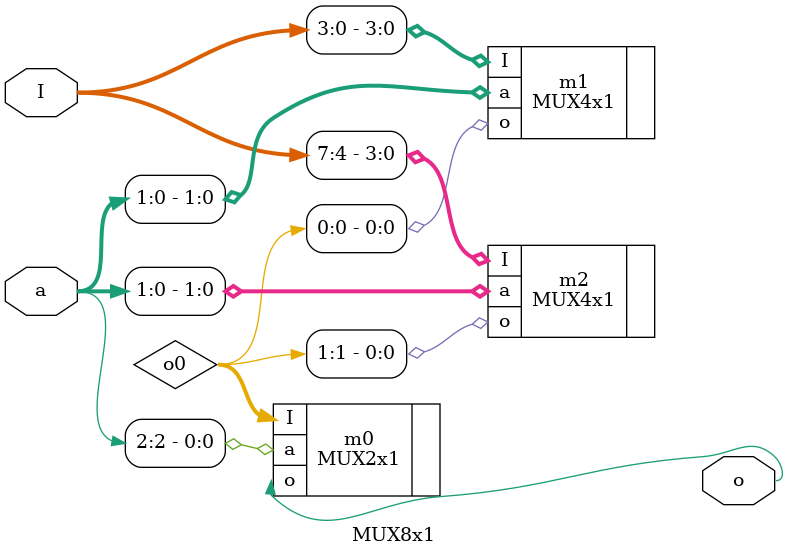
<source format=v>
`include "MUX4x1.v"

module MUX8x1(
  input wire [7:0] I,
  input wire [2:0] a,
  output wire o
);
  wire [1:0] o0;
  
  MUX4x1 m2(
    .I (I[7:4]),
    .a (a[1:0]),
    .o (o0[1])
  );
  
  MUX4x1 m1(
    .I (I[3:0]),
    .a (a[1:0]),
    .o (o0[0])
  );
  
  MUX2x1 m0(
    .I (o0),
    .a (a[2]),
    .o (o)
  );
  
endmodule
</source>
